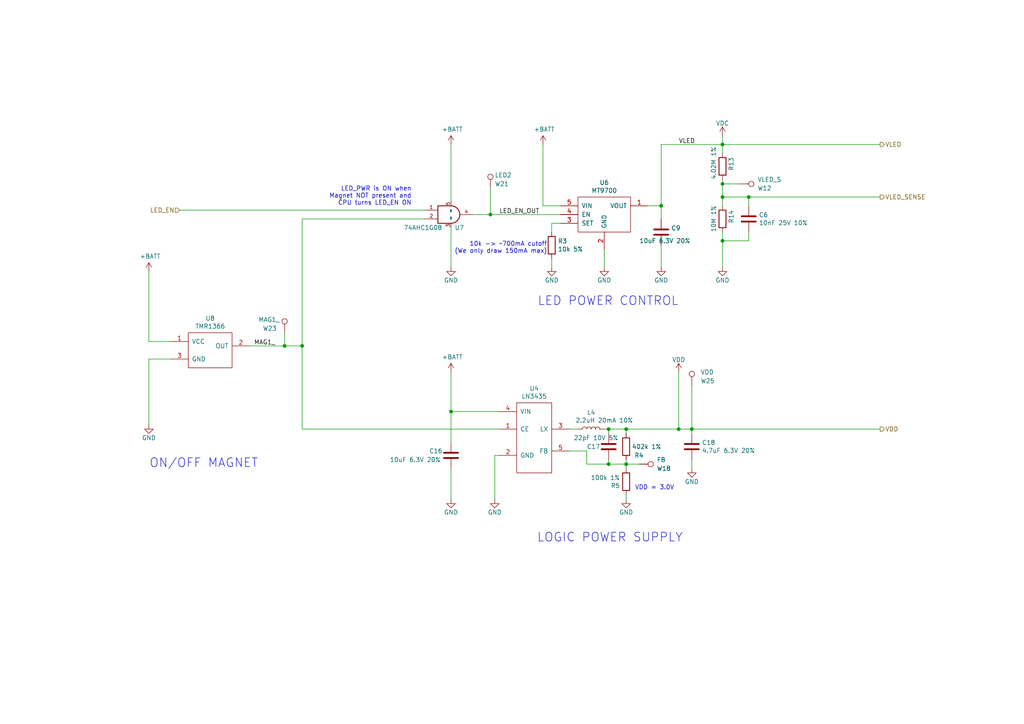
<source format=kicad_sch>
(kicad_sch (version 20211123) (generator eeschema)
  (paper "A4")
  (title_block (title "Pixels D20 Schematic, Main") (date "2022-08-26") (rev "13") (company "Systemic Games, LLC") (comment 1 "Power Regulation"))
  (lib_symbols
    (symbol "Device:C" (pin_numbers hide) (pin_names (offset 0.254))
      (property "Reference" "C" (at 0.635 2.54 0))
      (property "Value" "C" (at 0.635 -2.54 0))
      (symbol "C_0_1"
        (polyline (pts (xy -2.032 -0.762) (xy 2.032 -0.762)) (stroke (width 0.508)))
        (polyline (pts (xy -2.032 0.762) (xy 2.032 0.762)) (stroke (width 0.508)))
      )
      (symbol "C_1_1"
        (pin passive line (at 0 3.81 270) (length 2.794) (name "~") (number "1"))
        (pin passive line (at 0 -3.81 90) (length 2.794) (name "~") (number "2"))
      )
    )
    (symbol "Device:L" (pin_numbers hide) (pin_names (offset 1.016) hide)
      (property "Reference" "L" (at -1.27 0 90))
      (property "Value" "L" (at 1.905 0 90))
      (symbol "L_0_1"
        (arc (start 0 -2.54) (mid 0.635 -1.905) (end 0 -1.27))
        (arc (start 0 -1.27) (mid 0.635 -0.635) (end 0 0))
        (arc (start 0 0) (mid 0.635 0.635) (end 0 1.27))
        (arc (start 0 1.27) (mid 0.635 1.905) (end 0 2.54))
      )
      (symbol "L_1_1"
        (pin passive line (at 0 3.81 270) (length 1.27) (name "1") (number "1"))
        (pin passive line (at 0 -3.81 90) (length 1.27) (name "2") (number "2"))
      )
    )
    (symbol "Device:R" (pin_numbers hide) (pin_names (offset 0))
      (property "Reference" "R" (at 2.032 0 90))
      (property "Value" "R" (at 0 0 90))
      (symbol "R_0_1"
        (rectangle (start -1.016 -2.54) (end 1.016 2.54) (stroke (width 0.254)))
      )
      (symbol "R_1_1"
        (pin passive line (at 0 3.81 270) (length 1.27) (name "~") (number "1"))
        (pin passive line (at 0 -3.81 90) (length 1.27) (name "~") (number "2"))
      )
    )
    (symbol "Pixels-dice:74AHC1G08" (pin_names (offset 1.016))
      (property "Reference" "U" (at -2.54 3.81 0))
      (property "Value" "74AHC1G08" (at 0 -3.81 0))
      (symbol "74AHC1G08_0_1"
        (arc (start 0 -2.54) (mid 2.54 0) (end 0 2.54) (stroke (width 0.254)))
        (polyline (pts (xy 0 -2.54) (xy -3.81 -2.54) (xy -3.81 2.54) (xy 0 2.54)) (stroke (width 0.254)))
      )
      (symbol "74AHC1G08_1_1"
        (pin input line (at -7.62 1.27 0) (length 3.81) (name "~") (number "1"))
        (pin input line (at -7.62 -1.27 0) (length 3.81) (name "~") (number "2"))
        (pin power_in line (at 0 -3.81 90) (length 1.27) (name "GND") (number "3"))
        (pin output line (at 6.35 0 180) (length 3.81) (name "~") (number "4"))
        (pin power_in line (at 0 3.81 270) (length 1.27) (name "VCC") (number "5"))
      )
    )
    (symbol "Pixels-dice:LN3406" (pin_names (offset 1.016))
      (property "Reference" "U" (at 2.54 -11.43 0))
      (property "Value" "LN3406" (at -1.27 11.43 0))
      (symbol "LN3406_0_1"
        (rectangle (start -5.08 10.16) (end 5.08 -10.16))
      )
      (symbol "LN3406_1_1"
        (pin input line (at -10.16 2.54 0) (length 5.08) (name "CE") (number "1"))
        (pin power_in line (at -10.16 -5.08 0) (length 5.08) (name "GND") (number "2"))
        (pin power_out line (at 10.16 2.54 180) (length 5.08) (name "LX") (number "3"))
        (pin power_in line (at -10.16 7.62 0) (length 5.08) (name "VIN") (number "4"))
        (pin input line (at 10.16 -3.81 180) (length 5.08) (name "FB") (number "5"))
      )
    )
    (symbol "Pixels-dice:MT9700" (pin_names (offset 1.016))
      (property "Reference" "U" (at 6.35 -6.35 0))
      (property "Value" "MT9700" (at 0 6.35 0))
      (symbol "MT9700_0_1"
        (rectangle (start -7.62 5.08) (end 7.62 -5.08))
      )
      (symbol "MT9700_1_1"
        (pin power_out line (at 12.7 2.54 180) (length 5.08) (name "VOUT") (number "1"))
        (pin power_in line (at 0 -10.16 90) (length 5.08) (name "GND") (number "2"))
        (pin input line (at -12.7 -2.54 0) (length 5.08) (name "SET") (number "3"))
        (pin input line (at -12.7 0 0) (length 5.08) (name "EN") (number "4"))
        (pin power_in line (at -12.7 2.54 0) (length 5.08) (name "VIN") (number "5"))
      )
    )
    (symbol "Pixels-dice:TEST_1P-conn" (pin_numbers hide) (pin_names (offset 0.762) hide)
      (property "Reference" "W" (at 0 6.858 0))
      (property "Value" "TEST_1P-conn" (at 0 5.08 0))
      (symbol "TEST_1P-conn_0_1"
        (circle (center 0 3.302) (radius 0.762))
      )
      (symbol "TEST_1P-conn_1_1"
        (pin passive line (at 0 0 90) (length 2.54) (name "1") (number "1"))
      )
    )
    (symbol "Pixels-dice:TMR1366" (pin_names (offset 1.016))
      (property "Reference" "U" (at 3.81 -6.35 0))
      (property "Value" "TMR1366" (at 0 6.35 0))
      (symbol "TMR1366_1_1"
        (rectangle (start -6.35 5.08) (end 6.35 -5.08))
        (pin power_in line (at -11.43 2.54 0) (length 5.08) (name "VCC") (number "1"))
        (pin output line (at 11.43 1.27 180) (length 5.08) (name "OUT") (number "2"))
        (pin power_in line (at -11.43 -2.54 0) (length 5.08) (name "GND") (number "3"))
      )
    )
    (symbol "power:+BATT" (power) (pin_names (offset 0))
      (property "Value" "+BATT" (at 0 3.556 0))
      (symbol "+BATT_0_1"
        (polyline (pts (xy -0.762 1.27) (xy 0 2.54)))
        (polyline (pts (xy 0 0) (xy 0 2.54)))
        (polyline (pts (xy 0 2.54) (xy 0.762 1.27)))
      )
      (symbol "+BATT_1_1"
        (pin power_in line (at 0 0 90) (length 0) hide (name "+BATT") (number "1"))
      )
    )
    (symbol "power:GND" (power) (pin_names (offset 0))
      (property "Value" "GND" (at 0 -3.81 0))
      (symbol "GND_0_1"
        (polyline (pts (xy 0 0) (xy 0 -1.27) (xy 1.27 -1.27) (xy 0 -2.54) (xy -1.27 -1.27) (xy 0 -1.27)))
      )
      (symbol "GND_1_1"
        (pin power_in line (at 0 0 270) (length 0) hide (name "GND") (number "1"))
      )
    )
    (symbol "power:VDC" (power) (pin_names (offset 0))
      (property "Value" "VDC" (at 0 6.35 0))
      (symbol "VDC_0_1"
        (polyline (pts (xy -0.762 1.27) (xy 0 2.54)))
        (polyline (pts (xy 0 0) (xy 0 2.54)))
        (polyline (pts (xy 0 2.54) (xy 0.762 1.27)))
      )
      (symbol "VDC_1_1"
        (pin power_in line (at 0 0 90) (length 0) hide (name "VDC") (number "1"))
      )
    )
    (symbol "power:VDD" (power) (pin_names (offset 0))
      (property "Value" "VDD" (at 0 3.81 0))
      (symbol "VDD_0_1"
        (polyline (pts (xy -0.762 1.27) (xy 0 2.54)))
        (polyline (pts (xy 0 0) (xy 0 2.54)))
        (polyline (pts (xy 0 2.54) (xy 0.762 1.27)))
      )
      (symbol "VDD_1_1"
        (pin power_in line (at 0 0 90) (length 0) hide (name "VDD") (number "1"))
      )
    )
  )
  (junction (at 142.24 62.23))
  (junction (at 209.55 41.91))
  (junction (at 200.66 124.46))
  (junction (at 209.55 69.85))
  (junction (at 176.53 124.46))
  (junction (at 196.85 124.46))
  (junction (at 181.61 134.62))
  (junction (at 87.63 100.33))
  (junction (at 82.55 100.33))
  (junction (at 209.55 57.15))
  (junction (at 217.17 57.15))
  (junction (at 191.77 59.69))
  (junction (at 176.53 134.62))
  (junction (at 181.61 124.46))
  (junction (at 130.81 119.38))
  (junction (at 209.55 53.34))
  (wire (pts (xy 176.53 134.62) (xy 181.61 134.62)))
  (wire (pts (xy 170.18 130.81) (xy 170.18 134.62)))
  (wire (pts (xy 176.53 124.46) (xy 175.26 124.46)))
  (wire (pts (xy 165.1 130.81) (xy 170.18 130.81)))
  (wire (pts (xy 200.66 124.46) (xy 200.66 125.73)))
  (wire (pts (xy 181.61 124.46) (xy 176.53 124.46)))
  (wire (pts (xy 87.63 100.33) (xy 82.55 100.33)))
  (wire (pts (xy 43.18 78.74) (xy 43.18 99.06)))
  (wire (pts (xy 209.55 57.15) (xy 209.55 59.69)))
  (wire (pts (xy 49.53 104.14) (xy 43.18 104.14)))
  (wire (pts (xy 167.64 124.46) (xy 165.1 124.46)))
  (wire (pts (xy 176.53 125.73) (xy 176.53 124.46)))
  (wire (pts (xy 170.18 134.62) (xy 176.53 134.62)))
  (wire (pts (xy 217.17 69.85) (xy 209.55 69.85)))
  (wire (pts (xy 217.17 67.31) (xy 217.17 69.85)))
  (wire (pts (xy 209.55 52.07) (xy 209.55 53.34)))
  (wire (pts (xy 255.27 41.91) (xy 209.55 41.91)))
  (wire (pts (xy 175.26 72.39) (xy 175.26 77.47)))
  (wire (pts (xy 217.17 57.15) (xy 217.17 59.69)))
  (wire (pts (xy 181.61 134.62) (xy 185.42 134.62)))
  (wire (pts (xy 200.66 111.76) (xy 200.66 124.46)))
  (wire (pts (xy 52.07 60.96) (xy 123.19 60.96)))
  (wire (pts (xy 43.18 104.14) (xy 43.18 123.19)))
  (wire (pts (xy 176.53 134.62) (xy 176.53 133.35)))
  (wire (pts (xy 196.85 107.95) (xy 196.85 124.46)))
  (wire (pts (xy 200.66 124.46) (xy 255.27 124.46)))
  (wire (pts (xy 191.77 63.5) (xy 191.77 59.69)))
  (wire (pts (xy 209.55 69.85) (xy 209.55 77.47)))
  (wire (pts (xy 209.55 53.34) (xy 214.63 53.34)))
  (wire (pts (xy 209.55 41.91) (xy 191.77 41.91)))
  (wire (pts (xy 130.81 128.27) (xy 130.81 119.38)))
  (wire (pts (xy 162.56 59.69) (xy 157.48 59.69)))
  (wire (pts (xy 143.51 132.08) (xy 143.51 144.78)))
  (wire (pts (xy 87.63 63.5) (xy 87.63 100.33)))
  (wire (pts (xy 130.81 107.95) (xy 130.81 119.38)))
  (wire (pts (xy 130.81 66.04) (xy 130.81 77.47)))
  (wire (pts (xy 43.18 99.06) (xy 49.53 99.06)))
  (wire (pts (xy 143.51 132.08) (xy 144.78 132.08)))
  (wire (pts (xy 130.81 41.91) (xy 130.81 58.42)))
  (wire (pts (xy 142.24 62.23) (xy 162.56 62.23)))
  (wire (pts (xy 209.55 39.37) (xy 209.55 41.91)))
  (wire (pts (xy 162.56 64.77) (xy 160.02 64.77)))
  (wire (pts (xy 181.61 125.73) (xy 181.61 124.46)))
  (wire (pts (xy 160.02 74.93) (xy 160.02 77.47)))
  (wire (pts (xy 137.16 62.23) (xy 142.24 62.23)))
  (wire (pts (xy 87.63 124.46) (xy 144.78 124.46)))
  (wire (pts (xy 181.61 124.46) (xy 196.85 124.46)))
  (wire (pts (xy 82.55 100.33) (xy 72.39 100.33)))
  (wire (pts (xy 160.02 64.77) (xy 160.02 67.31)))
  (wire (pts (xy 209.55 41.91) (xy 209.55 44.45)))
  (wire (pts (xy 181.61 134.62) (xy 181.61 135.89)))
  (wire (pts (xy 209.55 53.34) (xy 209.55 57.15)))
  (wire (pts (xy 196.85 124.46) (xy 200.66 124.46)))
  (wire (pts (xy 187.96 59.69) (xy 191.77 59.69)))
  (wire (pts (xy 87.63 100.33) (xy 87.63 124.46)))
  (wire (pts (xy 157.48 41.91) (xy 157.48 59.69)))
  (wire (pts (xy 181.61 134.62) (xy 181.61 133.35)))
  (wire (pts (xy 209.55 57.15) (xy 217.17 57.15)))
  (wire (pts (xy 200.66 133.35) (xy 200.66 135.89)))
  (wire (pts (xy 142.24 54.61) (xy 142.24 62.23)))
  (wire (pts (xy 130.81 119.38) (xy 144.78 119.38)))
  (wire (pts (xy 191.77 41.91) (xy 191.77 59.69)))
  (wire (pts (xy 82.55 96.52) (xy 82.55 100.33)))
  (wire (pts (xy 209.55 67.31) (xy 209.55 69.85)))
  (wire (pts (xy 87.63 63.5) (xy 123.19 63.5)))
  (wire (pts (xy 191.77 71.12) (xy 191.77 77.47)))
  (wire (pts (xy 130.81 135.89) (xy 130.81 144.78)))
  (wire (pts (xy 181.61 143.51) (xy 181.61 144.78)))
  (wire (pts (xy 217.17 57.15) (xy 255.27 57.15)))
  (text "LOGIC POWER SUPPLY" (at 198.12 157.48 180) (effects (font (size 2.54 2.54)) (justify right bottom)))
  (text "ON/OFF MAGNET" (at 74.93 135.89 180) (effects (font (size 2.54 2.54)) (justify right bottom)))
  (text "LED_PWR is ON when\nMagnet NOT present and\nCPU turns LED_EN ON" (at 119.38 59.69 0) (effects (font (size 1.27 1.27)) (justify right bottom)))
  (text "LED POWER CONTROL" (at 196.85 88.9 180) (effects (font (size 2.54 2.54)) (justify right bottom)))
  (text "VDD = 3.0V" (at 195.58 142.24 180) (effects (font (size 1.27 1.27)) (justify right bottom)))
  (text "10k -> ~700mA cutoff\n(We only draw 150mA max)" (at 158.75 73.66 180) (effects (font (size 1.27 1.27)) (justify right bottom)))
  (label "MAG1_" (at 73.66 100.33 0))
  (label "VLED" (at 196.85 41.91 0))
  (label "LED_EN_OUT" (at 144.78 62.23 0))
  (hierarchical_label "LED_EN" (shape input) (at 52.07 60.96 180))
  (hierarchical_label "VDD" (shape output) (at 255.27 124.46 0))
  (hierarchical_label "VLED_SENSE" (shape output) (at 255.27 57.15 0))
  (hierarchical_label "VLED" (shape output) (at 255.27 41.91 0))
  (symbol (lib_id "Pixels-dice:TEST_1P-conn") (at 185.42 134.62 270) (unit 1)
    (property "Reference" "W18" (at 190.5 135.89 90) (effects (justify left)))
    (property "Value" "FB" (at 190.5 133.35 90) (effects (justify left)))
    (property "Footprint" "Pixels-dice:TEST_PIN" (effects hide))
    (property "Generic OK" "N/A" (effects hide))
  )
  (symbol (lib_id "Pixels-dice:TEST_1P-conn") (at 142.24 54.61 0) (unit 1)
    (property "Reference" "W21" (at 143.51 53.34 0) (effects (justify left)))
    (property "Value" "LED2" (at 143.51 50.8 0) (effects (justify left)))
    (property "Footprint" "Pixels-dice:TEST_PIN" (effects hide))
    (property "Generic OK" "N/A" (effects hide))
  )
  (symbol (lib_id "power:+BATT") (at 157.48 41.91 0) (unit 1)
    (property "Reference" "#PWR033" (effects hide))
    (property "Value" "+BATT" (at 157.861 37.5158 0))
  )
  (symbol (lib_id "Device:L") (at 171.45 124.46 90) (unit 1)
    (property "Reference" "L4" (at 171.45 119.634 90))
    (property "Value" "2.2uH 20mA 10%" (at 175.26 121.92 90))
    (property "Footprint" "Inductor_SMD:L_0805_2012Metric" (effects hide))
    (property "Generic OK" "YES" (effects hide))
    (property "Pixels Part Number" "SMD-L004" (effects hide))
    (property "Manufacturer" "Murata" (effects hide))
    (property "Manufacturer Part Number" "LQM21PN2R2MC0" (effects hide))
  )
  (symbol (lib_id "Device:C") (at 200.66 129.54 0) (unit 1)
    (property "Reference" "C18" (at 203.581 128.3716 0) (effects (justify left)))
    (property "Value" "4.7uF 6.3V 20%" (at 203.581 130.683 0) (effects (justify left)))
    (property "Footprint" "Pixels-dice:C_0402_1005Metric" (effects hide))
    (property "Generic OK" "YES" (effects hide))
    (property "Pixels Part Number" "SMD-C002" (effects hide))
    (property "Manufacturer" "Murata" (effects hide))
    (property "Manufacturer Part Number" "GRM155R60J475ME87D" (effects hide))
  )
  (symbol (lib_id "power:GND") (at 200.66 135.89 0) (unit 1)
    (property "Reference" "#PWR028" (effects hide))
    (property "Value" "GND" (at 200.66 139.7 0))
  )
  (symbol (lib_id "power:GND") (at 130.81 144.78 0) (unit 1)
    (property "Reference" "#PWR029" (effects hide))
    (property "Value" "GND" (at 130.81 148.59 0))
  )
  (symbol (lib_id "Pixels-dice:LN3406") (at 154.94 127 0) (unit 1)
    (property "Reference" "U4" (at 154.94 112.649 0))
    (property "Value" "LN3435" (at 154.94 114.9604 0))
    (property "Footprint" "Pixels-dice:SOT-23-5" (effects hide))
    (property "Generic OK" "NO" (effects hide))
    (property "Manufacturer" "NATLINEAR" (effects hide))
    (property "Manufacturer Part Number" "LN3435" (effects hide))
    (property "Pixels Part Number" "SMD-U004-ALT1" (effects hide))
  )
  (symbol (lib_id "power:GND") (at 175.26 77.47 0) (unit 1)
    (property "Reference" "#PWR038" (effects hide))
    (property "Value" "GND" (at 175.26 81.28 0))
  )
  (symbol (lib_id "Device:C") (at 176.53 129.54 0) (unit 1)
    (property "Reference" "C17" (at 170.18 129.54 0) (effects (justify left)))
    (property "Value" "22pF 10V 5%" (at 166.37 127 0) (effects (justify left)))
    (property "Footprint" "Pixels-dice:C_0402_1005Metric" (effects hide))
    (property "Generic OK" "YES" (effects hide))
    (property "Pixels Part Number" "SMD-C007" (effects hide))
    (property "Manufacturer" "Murata" (effects hide))
    (property "Manufacturer Part Number" "GCM1555C1H220JA16J" (effects hide))
  )
  (symbol (lib_id "Device:R") (at 181.61 139.7 180) (unit 1)
    (property "Reference" "R5" (at 179.832 140.8684 0) (effects (justify left)))
    (property "Value" "100k 1%" (at 179.832 138.557 0) (effects (justify left)))
    (property "Footprint" "Pixels-dice:R_0402_1005Metric" (effects hide))
    (property "Generic OK" "YES" (effects hide))
    (property "Pixels Part Number" "SMD-R006" (effects hide))
    (property "Manufacturer" "UNI-ROYAL(Uniroyal Elec)" (effects hide))
    (property "Manufacturer Part Number" "0402WGF1003TCE" (effects hide))
  )
  (symbol (lib_id "Device:R") (at 181.61 129.54 180) (unit 1)
    (property "Reference" "R4" (at 186.69 132.08 0) (effects (justify left)))
    (property "Value" "402k 1%" (at 191.77 129.54 0) (effects (justify left)))
    (property "Footprint" "Pixels-dice:R_0402_1005Metric" (effects hide))
    (property "Generic OK" "YES" (effects hide))
    (property "Pixels Part Number" "SMD-R001" (effects hide))
    (property "Manufacturer" "UNI-ROYAL(Uniroyal Elec)" (effects hide))
    (property "Manufacturer Part Number" "0402WGF4023TCE" (effects hide))
  )
  (symbol (lib_id "power:GND") (at 181.61 144.78 0) (unit 1)
    (property "Reference" "#PWR030" (effects hide))
    (property "Value" "GND" (at 181.61 148.59 0))
  )
  (symbol (lib_id "power:GND") (at 43.18 123.19 0) (unit 1)
    (property "Reference" "#PWR039" (effects hide))
    (property "Value" "GND" (at 43.18 127 0))
  )
  (symbol (lib_id "Device:C") (at 130.81 132.08 0) (unit 1)
    (property "Reference" "C16" (at 124.46 130.81 0) (effects (justify left)))
    (property "Value" "10uF 6.3V 20%" (at 113.03 133.35 0) (effects (justify left)))
    (property "Footprint" "Pixels-dice:C_0402_1005Metric" (effects hide))
    (property "Generic OK" "YES" (effects hide))
    (property "Pixels Part Number" "SMD-C002" (effects hide))
    (property "Manufacturer" "Murata" (effects hide))
    (property "Manufacturer Part Number" "GRM155R60J106ME05J" (effects hide))
  )
  (symbol (lib_id "power:+BATT") (at 130.81 107.95 0) (unit 1)
    (property "Reference" "#PWR025" (effects hide))
    (property "Value" "+BATT" (at 131.191 103.5558 0))
  )
  (symbol (lib_id "power:+BATT") (at 43.18 78.74 0) (unit 1)
    (property "Reference" "#PWR036" (effects hide))
    (property "Value" "+BATT" (at 43.561 74.3458 0))
  )
  (symbol (lib_id "Pixels-dice:TEST_1P-conn") (at 82.55 96.52 0) (unit 1)
    (property "Reference" "W23" (at 76.2 95.25 0) (effects (justify left)))
    (property "Value" "MAG1_" (at 74.93 92.71 0) (effects (justify left)))
    (property "Footprint" "Pixels-dice:TEST_PIN" (effects hide))
    (property "Generic OK" "N/A" (effects hide))
  )
  (symbol (lib_id "Pixels-dice:74AHC1G08") (at 130.81 62.23 0) (unit 1)
    (property "Reference" "U7" (at 134.62 66.04 0) (effects (justify right)))
    (property "Value" "74AHC1G08" (at 128.27 66.04 0) (effects (justify right)))
    (property "Footprint" "Pixels-dice:SOT-353_SC-70-5" (effects hide))
    (property "Generic OK" "YES" (effects hide))
    (property "Manufacturer" "UMW(Youtai Semiconductor Co., Ltd.)" (effects hide))
    (property "Manufacturer Part Number" "SN74LVC1G08DCKR" (effects hide))
    (property "Pixels Part Number" "SMD-U007" (effects hide))
  )
  (symbol (lib_id "power:+BATT") (at 130.81 41.91 0) (unit 1)
    (property "Reference" "#PWR020" (effects hide))
    (property "Value" "+BATT" (at 131.191 37.5158 0))
  )
  (symbol (lib_id "power:GND") (at 130.81 77.47 0) (unit 1)
    (property "Reference" "#PWR034" (effects hide))
    (property "Value" "GND" (at 130.81 81.28 0))
  )
  (symbol (lib_id "Pixels-dice:TEST_1P-conn") (at 200.66 111.76 0) (unit 1)
    (property "Reference" "W25" (at 203.2 110.49 0) (effects (justify left)))
    (property "Value" "VDD" (at 203.2 107.95 0) (effects (justify left)))
    (property "Footprint" "Pixels-dice:TEST_PIN" (effects hide))
    (property "Generic OK" "N/A" (effects hide))
  )
  (symbol (lib_id "Device:R") (at 209.55 48.26 0) (unit 1)
    (property "Reference" "R13" (at 212.09 49.53 90) (effects (justify left)))
    (property "Value" "4.02M 1%" (at 207.01 52.07 90) (effects (justify left)))
    (property "Footprint" "Pixels-dice:R_0402_1005Metric" (effects hide))
    (property "Generic OK" "YES" (effects hide))
    (property "Pixels Part Number" "SMD-R003" (effects hide))
    (property "Manufacturer" "UNI-ROYAL(Uniroyal Elec)" (effects hide))
    (property "Manufacturer Part Number" "0402WGF4024TCE" (effects hide))
  )
  (symbol (lib_id "Device:R") (at 209.55 63.5 0) (unit 1)
    (property "Reference" "R14" (at 212.09 64.77 90) (effects (justify left)))
    (property "Value" "10M 1%" (at 207.01 67.31 90) (effects (justify left)))
    (property "Footprint" "Pixels-dice:R_0402_1005Metric" (effects hide))
    (property "Generic OK" "YES" (effects hide))
    (property "Pixels Part Number" "SMD-R004" (effects hide))
    (property "Manufacturer" "UNI-ROYAL(Uniroyal Elec)" (effects hide))
    (property "Manufacturer Part Number" "0402WGF1005TCE" (effects hide))
  )
  (symbol (lib_id "Device:C") (at 217.17 63.5 0) (unit 1)
    (property "Reference" "C6" (at 220.091 62.3316 0) (effects (justify left)))
    (property "Value" "10nF 25V 10%" (at 220.091 64.643 0) (effects (justify left)))
    (property "Footprint" "Pixels-dice:C_0402_1005Metric" (effects hide))
    (property "Generic OK" "YES" (effects hide))
    (property "Pixels Part Number" "SMD-C009" (effects hide))
    (property "Manufacturer" "Murata" (effects hide))
    (property "Manufacturer Part Number" "GRM155R71H103KA88" (effects hide))
  )
  (symbol (lib_id "power:GND") (at 209.55 77.47 0) (unit 1)
    (property "Reference" "#PWR079" (effects hide))
    (property "Value" "GND" (at 209.55 81.28 0))
  )
  (symbol (lib_id "Pixels-dice:TEST_1P-conn") (at 214.63 53.34 270) (unit 1)
    (property "Reference" "W12" (at 219.71 54.61 90) (effects (justify left)))
    (property "Value" "VLED_S" (at 219.71 52.07 90) (effects (justify left)))
    (property "Footprint" "Pixels-dice:TEST_PIN" (effects hide))
    (property "Generic OK" "N/A" (effects hide))
  )
  (symbol (lib_id "Pixels-dice:TMR1366") (at 60.96 101.6 0) (unit 1)
    (property "Reference" "U8" (at 60.96 92.329 0))
    (property "Value" "TMR1366" (at 60.96 94.6404 0))
    (property "Footprint" "Package_TO_SOT_SMD:SOT-23" (effects hide))
    (property "Generic OK" "NO" (effects hide))
    (property "Manufacturer" "Multi Dimension" (effects hide))
    (property "Manufacturer Part Number" "TMR1366S" (effects hide))
    (property "Pixels Part Number" "SMD-U008-ALT8" (effects hide))
  )
  (symbol (lib_id "Device:C") (at 191.77 67.31 0) (unit 1)
    (property "Reference" "C9" (at 194.691 66.1416 0) (effects (justify left)))
    (property "Value" "10uF 6.3V 20%" (at 185.42 69.85 0) (effects (justify left)))
    (property "Footprint" "Pixels-dice:C_0402_1005Metric" (effects hide))
    (property "Generic OK" "YES" (effects hide))
    (property "Pixels Part Number" "SMD-C002" (effects hide))
    (property "Manufacturer" "Murata" (effects hide))
    (property "Manufacturer Part Number" "GRM155R60J106ME05J" (effects hide))
  )
  (symbol (lib_id "power:GND") (at 191.77 77.47 0) (unit 1)
    (property "Reference" "#PWR0142" (effects hide))
    (property "Value" "GND" (at 191.77 81.28 0))
  )
  (symbol (lib_id "Pixels-dice:MT9700") (at 175.26 62.23 0) (unit 1)
    (property "Reference" "U6" (at 175.26 52.959 0))
    (property "Value" "MT9700" (at 175.26 55.2704 0))
    (property "Footprint" "Pixels-dice:SOT-23-5" (effects hide))
    (property "Manufacturer" "XI'AN Aerosemi Tech" (effects hide))
    (property "Manufacturer Part Number" "MT9700" (effects hide))
    (property "Pixels Part Number" "SMD-U006-ALT2" (effects hide))
    (property "Generic OK" "NO" (effects hide))
  )
  (symbol (lib_id "Device:R") (at 160.02 71.12 0) (unit 1)
    (property "Reference" "R3" (at 161.798 69.9516 0) (effects (justify left)))
    (property "Value" "10k 5%" (at 161.798 72.263 0) (effects (justify left)))
    (property "Footprint" "Pixels-dice:R_0402_1005Metric" (effects hide))
    (property "Generic OK" "YES" (effects hide))
    (property "Manufacturer" "UNI-ROYAL(Uniroyal Elec)" (effects hide))
    (property "Manufacturer Part Number" "0402WGJ0103TCE" (effects hide))
    (property "Pixels Part Number" "SMD-R002" (effects hide))
  )
  (symbol (lib_id "power:GND") (at 160.02 77.47 0) (unit 1)
    (property "Reference" "#PWR0101" (effects hide))
    (property "Value" "GND" (at 160.02 81.28 0))
  )
  (symbol (lib_id "power:VDC") (at 209.55 39.37 0) (unit 1)
    (property "Reference" "#PWR026" (effects hide))
    (property "Value" "VDC" (at 209.55 35.7655 0))
  )
  (symbol (lib_id "power:GND") (at 143.51 144.78 0) (unit 1)
    (property "Reference" "#PWR031" (effects hide))
    (property "Value" "GND" (at 143.51 148.59 0))
  )
  (symbol (lib_id "power:VDD") (at 196.85 107.95 0) (unit 1)
    (property "Reference" "#PWR027" (effects hide))
    (property "Value" "VDD" (at 196.85 104.3455 0))
  )
)
</source>
